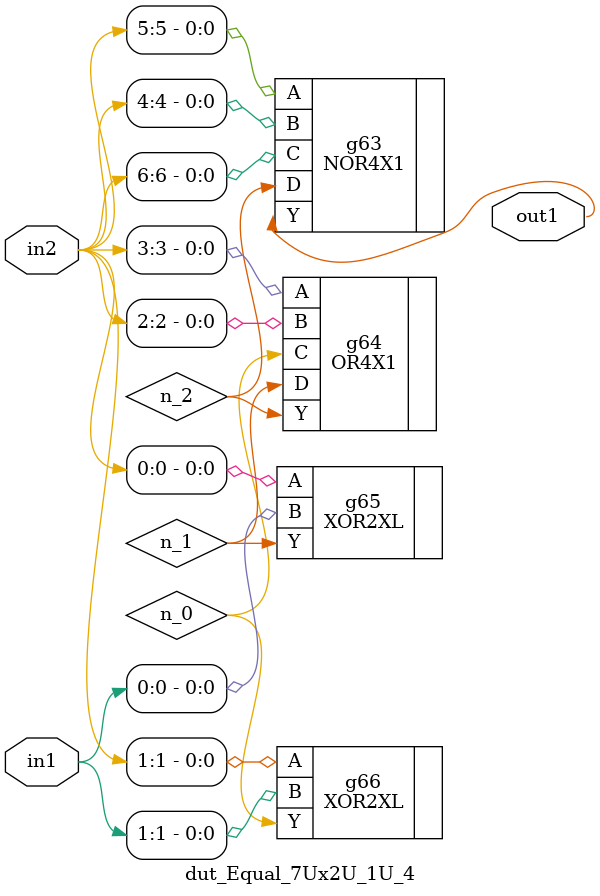
<source format=v>
`timescale 1ps / 1ps


module dut_Equal_7Ux2U_1U_4(in2, in1, out1);
  input [6:0] in2;
  input [1:0] in1;
  output out1;
  wire [6:0] in2;
  wire [1:0] in1;
  wire out1;
  wire n_0, n_1, n_2;
  NOR4X1 g63(.A (in2[5]), .B (in2[4]), .C (in2[6]), .D (n_2), .Y
       (out1));
  OR4X1 g64(.A (in2[3]), .B (in2[2]), .C (n_0), .D (n_1), .Y (n_2));
  XOR2XL g65(.A (in2[0]), .B (in1[0]), .Y (n_1));
  XOR2XL g66(.A (in2[1]), .B (in1[1]), .Y (n_0));
endmodule



</source>
